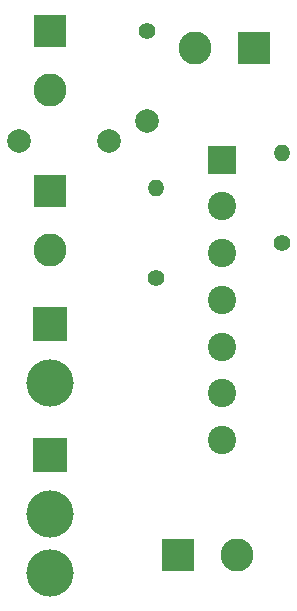
<source format=gbr>
%TF.GenerationSoftware,KiCad,Pcbnew,8.0.5*%
%TF.CreationDate,2024-09-26T12:03:32+03:30*%
%TF.ProjectId,rolup,726f6c75-702e-46b6-9963-61645f706362,rev?*%
%TF.SameCoordinates,Original*%
%TF.FileFunction,Soldermask,Bot*%
%TF.FilePolarity,Negative*%
%FSLAX46Y46*%
G04 Gerber Fmt 4.6, Leading zero omitted, Abs format (unit mm)*
G04 Created by KiCad (PCBNEW 8.0.5) date 2024-09-26 12:03:32*
%MOMM*%
%LPD*%
G01*
G04 APERTURE LIST*
%ADD10R,2.800000X2.800000*%
%ADD11C,2.800000*%
%ADD12C,1.400000*%
%ADD13O,1.400000X1.400000*%
%ADD14C,2.000000*%
%ADD15R,2.400000X2.400000*%
%ADD16C,2.400000*%
%ADD17C,4.000000*%
%ADD18R,3.000000X3.000000*%
G04 APERTURE END LIST*
D10*
%TO.C,J4*%
X31125000Y-67775000D03*
D11*
X31125000Y-72775000D03*
%TD*%
D12*
%TO.C,R4*%
X50750000Y-85710000D03*
D13*
X50750000Y-78090000D03*
%TD*%
D12*
%TO.C,R1*%
X39350000Y-67765000D03*
D14*
X39350000Y-75385000D03*
%TD*%
D15*
%TO.C,J6*%
X45725000Y-78665000D03*
D16*
X45725000Y-82625000D03*
X45725000Y-86585000D03*
X45725000Y-90545000D03*
X45725000Y-94505000D03*
X45725000Y-98465000D03*
X45725000Y-102425000D03*
%TD*%
D17*
%TO.C,J1*%
X31150000Y-97550000D03*
D18*
X31150000Y-92550000D03*
%TD*%
D10*
%TO.C,J3*%
X42000000Y-112100000D03*
D11*
X47000000Y-112100000D03*
%TD*%
D10*
%TO.C,J7*%
X48450000Y-69175000D03*
D11*
X43450000Y-69175000D03*
%TD*%
D12*
%TO.C,R3*%
X40100000Y-88710000D03*
D13*
X40100000Y-81090000D03*
%TD*%
D14*
%TO.C,R2*%
X36135000Y-77075000D03*
X28515000Y-77075000D03*
%TD*%
D18*
%TO.C,J2*%
X31150000Y-103650000D03*
D17*
X31150000Y-108650000D03*
X31150000Y-113650000D03*
%TD*%
D10*
%TO.C,J5*%
X31140000Y-81285000D03*
D11*
X31140000Y-86285000D03*
%TD*%
M02*

</source>
